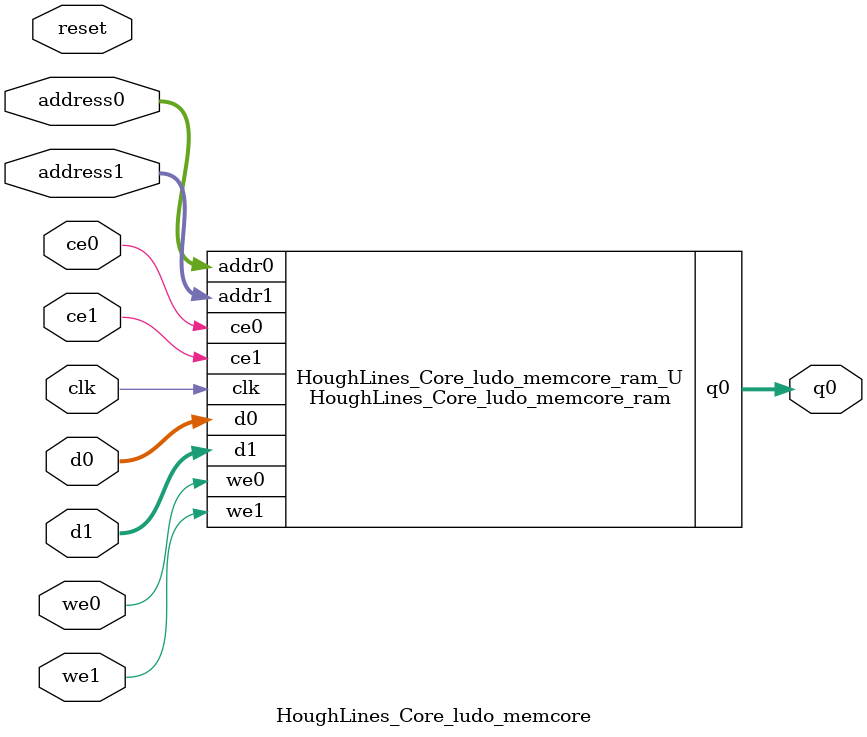
<source format=v>

`timescale 1 ns / 1 ps
module HoughLines_Core_ludo_memcore_ram (addr0, ce0, d0, we0, q0, addr1, ce1, d1, we1,  clk);

parameter DWIDTH = 32;
parameter AWIDTH = 7;
parameter MEM_SIZE = 100;

input[AWIDTH-1:0] addr0;
input ce0;
input[DWIDTH-1:0] d0;
input we0;
output reg[DWIDTH-1:0] q0;
input[AWIDTH-1:0] addr1;
input ce1;
input[DWIDTH-1:0] d1;
input we1;
input clk;

(* ram_style = "block" *)reg [DWIDTH-1:0] ram[0:MEM_SIZE-1];




always @(posedge clk)  
begin 
    if (ce0) 
    begin
        if (we0) 
        begin 
            ram[addr0] <= d0; 
            q0 <= d0;
        end 
        else 
            q0 <= ram[addr0];
    end
end


always @(posedge clk)  
begin 
    if (ce1) 
    begin
        if (we1) 
        begin 
            ram[addr1] <= d1; 
        end 
    end
end


endmodule


`timescale 1 ns / 1 ps
module HoughLines_Core_ludo_memcore(
    reset,
    clk,
    address0,
    ce0,
    we0,
    d0,
    q0,
    address1,
    ce1,
    we1,
    d1);

parameter DataWidth = 32'd32;
parameter AddressRange = 32'd100;
parameter AddressWidth = 32'd7;
input reset;
input clk;
input[AddressWidth - 1:0] address0;
input ce0;
input we0;
input[DataWidth - 1:0] d0;
output[DataWidth - 1:0] q0;
input[AddressWidth - 1:0] address1;
input ce1;
input we1;
input[DataWidth - 1:0] d1;



HoughLines_Core_ludo_memcore_ram HoughLines_Core_ludo_memcore_ram_U(
    .clk( clk ),
    .addr0( address0 ),
    .ce0( ce0 ),
    .we0( we0 ),
    .d0( d0 ),
    .q0( q0 ),
    .addr1( address1 ),
    .ce1( ce1 ),
    .we1( we1 ),
    .d1( d1 ));

endmodule


</source>
